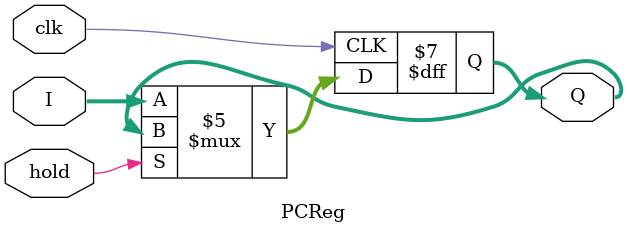
<source format=v>
module PCReg(I, Q, clk, hold);
   input clk, hold;
   input [6:0] I;
   output reg [6:0] Q;

   initial begin
      Q = 0;
   end

   always @(posedge clk) begin
      if (hold == 1'b1) begin
      end
      else begin
        Q <= I;
      end
   end

endmodule // PC

</source>
